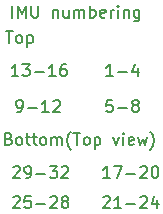
<source format=gbr>
%TF.GenerationSoftware,KiCad,Pcbnew,8.0.3-8.0.3-0~ubuntu22.04.1*%
%TF.CreationDate,2024-07-27T12:22:20+09:00*%
%TF.ProjectId,IMUModule_STM32,494d554d-6f64-4756-9c65-5f53544d3332,rev?*%
%TF.SameCoordinates,Original*%
%TF.FileFunction,Other,Comment*%
%FSLAX46Y46*%
G04 Gerber Fmt 4.6, Leading zero omitted, Abs format (unit mm)*
G04 Created by KiCad (PCBNEW 8.0.3-8.0.3-0~ubuntu22.04.1) date 2024-07-27 12:22:20*
%MOMM*%
%LPD*%
G01*
G04 APERTURE LIST*
%ADD10C,0.150000*%
G04 APERTURE END LIST*
D10*
X35414179Y-2790819D02*
X35414179Y-1790819D01*
X35890369Y-2790819D02*
X35890369Y-1790819D01*
X35890369Y-1790819D02*
X36223702Y-2505104D01*
X36223702Y-2505104D02*
X36557035Y-1790819D01*
X36557035Y-1790819D02*
X36557035Y-2790819D01*
X37033226Y-1790819D02*
X37033226Y-2600342D01*
X37033226Y-2600342D02*
X37080845Y-2695580D01*
X37080845Y-2695580D02*
X37128464Y-2743200D01*
X37128464Y-2743200D02*
X37223702Y-2790819D01*
X37223702Y-2790819D02*
X37414178Y-2790819D01*
X37414178Y-2790819D02*
X37509416Y-2743200D01*
X37509416Y-2743200D02*
X37557035Y-2695580D01*
X37557035Y-2695580D02*
X37604654Y-2600342D01*
X37604654Y-2600342D02*
X37604654Y-1790819D01*
X38842750Y-2124152D02*
X38842750Y-2790819D01*
X38842750Y-2219390D02*
X38890369Y-2171771D01*
X38890369Y-2171771D02*
X38985607Y-2124152D01*
X38985607Y-2124152D02*
X39128464Y-2124152D01*
X39128464Y-2124152D02*
X39223702Y-2171771D01*
X39223702Y-2171771D02*
X39271321Y-2267009D01*
X39271321Y-2267009D02*
X39271321Y-2790819D01*
X40176083Y-2124152D02*
X40176083Y-2790819D01*
X39747512Y-2124152D02*
X39747512Y-2647961D01*
X39747512Y-2647961D02*
X39795131Y-2743200D01*
X39795131Y-2743200D02*
X39890369Y-2790819D01*
X39890369Y-2790819D02*
X40033226Y-2790819D01*
X40033226Y-2790819D02*
X40128464Y-2743200D01*
X40128464Y-2743200D02*
X40176083Y-2695580D01*
X40652274Y-2790819D02*
X40652274Y-2124152D01*
X40652274Y-2219390D02*
X40699893Y-2171771D01*
X40699893Y-2171771D02*
X40795131Y-2124152D01*
X40795131Y-2124152D02*
X40937988Y-2124152D01*
X40937988Y-2124152D02*
X41033226Y-2171771D01*
X41033226Y-2171771D02*
X41080845Y-2267009D01*
X41080845Y-2267009D02*
X41080845Y-2790819D01*
X41080845Y-2267009D02*
X41128464Y-2171771D01*
X41128464Y-2171771D02*
X41223702Y-2124152D01*
X41223702Y-2124152D02*
X41366559Y-2124152D01*
X41366559Y-2124152D02*
X41461798Y-2171771D01*
X41461798Y-2171771D02*
X41509417Y-2267009D01*
X41509417Y-2267009D02*
X41509417Y-2790819D01*
X41985607Y-2790819D02*
X41985607Y-1790819D01*
X41985607Y-2171771D02*
X42080845Y-2124152D01*
X42080845Y-2124152D02*
X42271321Y-2124152D01*
X42271321Y-2124152D02*
X42366559Y-2171771D01*
X42366559Y-2171771D02*
X42414178Y-2219390D01*
X42414178Y-2219390D02*
X42461797Y-2314628D01*
X42461797Y-2314628D02*
X42461797Y-2600342D01*
X42461797Y-2600342D02*
X42414178Y-2695580D01*
X42414178Y-2695580D02*
X42366559Y-2743200D01*
X42366559Y-2743200D02*
X42271321Y-2790819D01*
X42271321Y-2790819D02*
X42080845Y-2790819D01*
X42080845Y-2790819D02*
X41985607Y-2743200D01*
X43271321Y-2743200D02*
X43176083Y-2790819D01*
X43176083Y-2790819D02*
X42985607Y-2790819D01*
X42985607Y-2790819D02*
X42890369Y-2743200D01*
X42890369Y-2743200D02*
X42842750Y-2647961D01*
X42842750Y-2647961D02*
X42842750Y-2267009D01*
X42842750Y-2267009D02*
X42890369Y-2171771D01*
X42890369Y-2171771D02*
X42985607Y-2124152D01*
X42985607Y-2124152D02*
X43176083Y-2124152D01*
X43176083Y-2124152D02*
X43271321Y-2171771D01*
X43271321Y-2171771D02*
X43318940Y-2267009D01*
X43318940Y-2267009D02*
X43318940Y-2362247D01*
X43318940Y-2362247D02*
X42842750Y-2457485D01*
X43747512Y-2790819D02*
X43747512Y-2124152D01*
X43747512Y-2314628D02*
X43795131Y-2219390D01*
X43795131Y-2219390D02*
X43842750Y-2171771D01*
X43842750Y-2171771D02*
X43937988Y-2124152D01*
X43937988Y-2124152D02*
X44033226Y-2124152D01*
X44366560Y-2790819D02*
X44366560Y-2124152D01*
X44366560Y-1790819D02*
X44318941Y-1838438D01*
X44318941Y-1838438D02*
X44366560Y-1886057D01*
X44366560Y-1886057D02*
X44414179Y-1838438D01*
X44414179Y-1838438D02*
X44366560Y-1790819D01*
X44366560Y-1790819D02*
X44366560Y-1886057D01*
X44842750Y-2124152D02*
X44842750Y-2790819D01*
X44842750Y-2219390D02*
X44890369Y-2171771D01*
X44890369Y-2171771D02*
X44985607Y-2124152D01*
X44985607Y-2124152D02*
X45128464Y-2124152D01*
X45128464Y-2124152D02*
X45223702Y-2171771D01*
X45223702Y-2171771D02*
X45271321Y-2267009D01*
X45271321Y-2267009D02*
X45271321Y-2790819D01*
X46176083Y-2124152D02*
X46176083Y-2933676D01*
X46176083Y-2933676D02*
X46128464Y-3028914D01*
X46128464Y-3028914D02*
X46080845Y-3076533D01*
X46080845Y-3076533D02*
X45985607Y-3124152D01*
X45985607Y-3124152D02*
X45842750Y-3124152D01*
X45842750Y-3124152D02*
X45747512Y-3076533D01*
X46176083Y-2743200D02*
X46080845Y-2790819D01*
X46080845Y-2790819D02*
X45890369Y-2790819D01*
X45890369Y-2790819D02*
X45795131Y-2743200D01*
X45795131Y-2743200D02*
X45747512Y-2695580D01*
X45747512Y-2695580D02*
X45699893Y-2600342D01*
X45699893Y-2600342D02*
X45699893Y-2314628D01*
X45699893Y-2314628D02*
X45747512Y-2219390D01*
X45747512Y-2219390D02*
X45795131Y-2171771D01*
X45795131Y-2171771D02*
X45890369Y-2124152D01*
X45890369Y-2124152D02*
X46080845Y-2124152D01*
X46080845Y-2124152D02*
X46176083Y-2171771D01*
X43684988Y-16379819D02*
X43113560Y-16379819D01*
X43399274Y-16379819D02*
X43399274Y-15379819D01*
X43399274Y-15379819D02*
X43304036Y-15522676D01*
X43304036Y-15522676D02*
X43208798Y-15617914D01*
X43208798Y-15617914D02*
X43113560Y-15665533D01*
X44018322Y-15379819D02*
X44684988Y-15379819D01*
X44684988Y-15379819D02*
X44256417Y-16379819D01*
X45065941Y-15998866D02*
X45827846Y-15998866D01*
X46256417Y-15475057D02*
X46304036Y-15427438D01*
X46304036Y-15427438D02*
X46399274Y-15379819D01*
X46399274Y-15379819D02*
X46637369Y-15379819D01*
X46637369Y-15379819D02*
X46732607Y-15427438D01*
X46732607Y-15427438D02*
X46780226Y-15475057D01*
X46780226Y-15475057D02*
X46827845Y-15570295D01*
X46827845Y-15570295D02*
X46827845Y-15665533D01*
X46827845Y-15665533D02*
X46780226Y-15808390D01*
X46780226Y-15808390D02*
X46208798Y-16379819D01*
X46208798Y-16379819D02*
X46827845Y-16379819D01*
X47446893Y-15379819D02*
X47542131Y-15379819D01*
X47542131Y-15379819D02*
X47637369Y-15427438D01*
X47637369Y-15427438D02*
X47684988Y-15475057D01*
X47684988Y-15475057D02*
X47732607Y-15570295D01*
X47732607Y-15570295D02*
X47780226Y-15760771D01*
X47780226Y-15760771D02*
X47780226Y-15998866D01*
X47780226Y-15998866D02*
X47732607Y-16189342D01*
X47732607Y-16189342D02*
X47684988Y-16284580D01*
X47684988Y-16284580D02*
X47637369Y-16332200D01*
X47637369Y-16332200D02*
X47542131Y-16379819D01*
X47542131Y-16379819D02*
X47446893Y-16379819D01*
X47446893Y-16379819D02*
X47351655Y-16332200D01*
X47351655Y-16332200D02*
X47304036Y-16284580D01*
X47304036Y-16284580D02*
X47256417Y-16189342D01*
X47256417Y-16189342D02*
X47208798Y-15998866D01*
X47208798Y-15998866D02*
X47208798Y-15760771D01*
X47208798Y-15760771D02*
X47256417Y-15570295D01*
X47256417Y-15570295D02*
X47304036Y-15475057D01*
X47304036Y-15475057D02*
X47351655Y-15427438D01*
X47351655Y-15427438D02*
X47446893Y-15379819D01*
X34890322Y-3949819D02*
X35461750Y-3949819D01*
X35176036Y-4949819D02*
X35176036Y-3949819D01*
X35937941Y-4949819D02*
X35842703Y-4902200D01*
X35842703Y-4902200D02*
X35795084Y-4854580D01*
X35795084Y-4854580D02*
X35747465Y-4759342D01*
X35747465Y-4759342D02*
X35747465Y-4473628D01*
X35747465Y-4473628D02*
X35795084Y-4378390D01*
X35795084Y-4378390D02*
X35842703Y-4330771D01*
X35842703Y-4330771D02*
X35937941Y-4283152D01*
X35937941Y-4283152D02*
X36080798Y-4283152D01*
X36080798Y-4283152D02*
X36176036Y-4330771D01*
X36176036Y-4330771D02*
X36223655Y-4378390D01*
X36223655Y-4378390D02*
X36271274Y-4473628D01*
X36271274Y-4473628D02*
X36271274Y-4759342D01*
X36271274Y-4759342D02*
X36223655Y-4854580D01*
X36223655Y-4854580D02*
X36176036Y-4902200D01*
X36176036Y-4902200D02*
X36080798Y-4949819D01*
X36080798Y-4949819D02*
X35937941Y-4949819D01*
X36699846Y-4283152D02*
X36699846Y-5283152D01*
X36699846Y-4330771D02*
X36795084Y-4283152D01*
X36795084Y-4283152D02*
X36985560Y-4283152D01*
X36985560Y-4283152D02*
X37080798Y-4330771D01*
X37080798Y-4330771D02*
X37128417Y-4378390D01*
X37128417Y-4378390D02*
X37176036Y-4473628D01*
X37176036Y-4473628D02*
X37176036Y-4759342D01*
X37176036Y-4759342D02*
X37128417Y-4854580D01*
X37128417Y-4854580D02*
X37080798Y-4902200D01*
X37080798Y-4902200D02*
X36985560Y-4949819D01*
X36985560Y-4949819D02*
X36795084Y-4949819D01*
X36795084Y-4949819D02*
X36699846Y-4902200D01*
X35937988Y-7743819D02*
X35366560Y-7743819D01*
X35652274Y-7743819D02*
X35652274Y-6743819D01*
X35652274Y-6743819D02*
X35557036Y-6886676D01*
X35557036Y-6886676D02*
X35461798Y-6981914D01*
X35461798Y-6981914D02*
X35366560Y-7029533D01*
X36271322Y-6743819D02*
X36890369Y-6743819D01*
X36890369Y-6743819D02*
X36557036Y-7124771D01*
X36557036Y-7124771D02*
X36699893Y-7124771D01*
X36699893Y-7124771D02*
X36795131Y-7172390D01*
X36795131Y-7172390D02*
X36842750Y-7220009D01*
X36842750Y-7220009D02*
X36890369Y-7315247D01*
X36890369Y-7315247D02*
X36890369Y-7553342D01*
X36890369Y-7553342D02*
X36842750Y-7648580D01*
X36842750Y-7648580D02*
X36795131Y-7696200D01*
X36795131Y-7696200D02*
X36699893Y-7743819D01*
X36699893Y-7743819D02*
X36414179Y-7743819D01*
X36414179Y-7743819D02*
X36318941Y-7696200D01*
X36318941Y-7696200D02*
X36271322Y-7648580D01*
X37318941Y-7362866D02*
X38080846Y-7362866D01*
X39080845Y-7743819D02*
X38509417Y-7743819D01*
X38795131Y-7743819D02*
X38795131Y-6743819D01*
X38795131Y-6743819D02*
X38699893Y-6886676D01*
X38699893Y-6886676D02*
X38604655Y-6981914D01*
X38604655Y-6981914D02*
X38509417Y-7029533D01*
X39937988Y-6743819D02*
X39747512Y-6743819D01*
X39747512Y-6743819D02*
X39652274Y-6791438D01*
X39652274Y-6791438D02*
X39604655Y-6839057D01*
X39604655Y-6839057D02*
X39509417Y-6981914D01*
X39509417Y-6981914D02*
X39461798Y-7172390D01*
X39461798Y-7172390D02*
X39461798Y-7553342D01*
X39461798Y-7553342D02*
X39509417Y-7648580D01*
X39509417Y-7648580D02*
X39557036Y-7696200D01*
X39557036Y-7696200D02*
X39652274Y-7743819D01*
X39652274Y-7743819D02*
X39842750Y-7743819D01*
X39842750Y-7743819D02*
X39937988Y-7696200D01*
X39937988Y-7696200D02*
X39985607Y-7648580D01*
X39985607Y-7648580D02*
X40033226Y-7553342D01*
X40033226Y-7553342D02*
X40033226Y-7315247D01*
X40033226Y-7315247D02*
X39985607Y-7220009D01*
X39985607Y-7220009D02*
X39937988Y-7172390D01*
X39937988Y-7172390D02*
X39842750Y-7124771D01*
X39842750Y-7124771D02*
X39652274Y-7124771D01*
X39652274Y-7124771D02*
X39557036Y-7172390D01*
X39557036Y-7172390D02*
X39509417Y-7220009D01*
X39509417Y-7220009D02*
X39461798Y-7315247D01*
X43113560Y-18015057D02*
X43161179Y-17967438D01*
X43161179Y-17967438D02*
X43256417Y-17919819D01*
X43256417Y-17919819D02*
X43494512Y-17919819D01*
X43494512Y-17919819D02*
X43589750Y-17967438D01*
X43589750Y-17967438D02*
X43637369Y-18015057D01*
X43637369Y-18015057D02*
X43684988Y-18110295D01*
X43684988Y-18110295D02*
X43684988Y-18205533D01*
X43684988Y-18205533D02*
X43637369Y-18348390D01*
X43637369Y-18348390D02*
X43065941Y-18919819D01*
X43065941Y-18919819D02*
X43684988Y-18919819D01*
X44637369Y-18919819D02*
X44065941Y-18919819D01*
X44351655Y-18919819D02*
X44351655Y-17919819D01*
X44351655Y-17919819D02*
X44256417Y-18062676D01*
X44256417Y-18062676D02*
X44161179Y-18157914D01*
X44161179Y-18157914D02*
X44065941Y-18205533D01*
X45065941Y-18538866D02*
X45827846Y-18538866D01*
X46256417Y-18015057D02*
X46304036Y-17967438D01*
X46304036Y-17967438D02*
X46399274Y-17919819D01*
X46399274Y-17919819D02*
X46637369Y-17919819D01*
X46637369Y-17919819D02*
X46732607Y-17967438D01*
X46732607Y-17967438D02*
X46780226Y-18015057D01*
X46780226Y-18015057D02*
X46827845Y-18110295D01*
X46827845Y-18110295D02*
X46827845Y-18205533D01*
X46827845Y-18205533D02*
X46780226Y-18348390D01*
X46780226Y-18348390D02*
X46208798Y-18919819D01*
X46208798Y-18919819D02*
X46827845Y-18919819D01*
X47684988Y-18253152D02*
X47684988Y-18919819D01*
X47446893Y-17872200D02*
X47208798Y-18586485D01*
X47208798Y-18586485D02*
X47827845Y-18586485D01*
X43938988Y-7743819D02*
X43367560Y-7743819D01*
X43653274Y-7743819D02*
X43653274Y-6743819D01*
X43653274Y-6743819D02*
X43558036Y-6886676D01*
X43558036Y-6886676D02*
X43462798Y-6981914D01*
X43462798Y-6981914D02*
X43367560Y-7029533D01*
X44367560Y-7362866D02*
X45129465Y-7362866D01*
X46034226Y-7077152D02*
X46034226Y-7743819D01*
X45796131Y-6696200D02*
X45558036Y-7410485D01*
X45558036Y-7410485D02*
X46177083Y-7410485D01*
X35493560Y-15475057D02*
X35541179Y-15427438D01*
X35541179Y-15427438D02*
X35636417Y-15379819D01*
X35636417Y-15379819D02*
X35874512Y-15379819D01*
X35874512Y-15379819D02*
X35969750Y-15427438D01*
X35969750Y-15427438D02*
X36017369Y-15475057D01*
X36017369Y-15475057D02*
X36064988Y-15570295D01*
X36064988Y-15570295D02*
X36064988Y-15665533D01*
X36064988Y-15665533D02*
X36017369Y-15808390D01*
X36017369Y-15808390D02*
X35445941Y-16379819D01*
X35445941Y-16379819D02*
X36064988Y-16379819D01*
X36541179Y-16379819D02*
X36731655Y-16379819D01*
X36731655Y-16379819D02*
X36826893Y-16332200D01*
X36826893Y-16332200D02*
X36874512Y-16284580D01*
X36874512Y-16284580D02*
X36969750Y-16141723D01*
X36969750Y-16141723D02*
X37017369Y-15951247D01*
X37017369Y-15951247D02*
X37017369Y-15570295D01*
X37017369Y-15570295D02*
X36969750Y-15475057D01*
X36969750Y-15475057D02*
X36922131Y-15427438D01*
X36922131Y-15427438D02*
X36826893Y-15379819D01*
X36826893Y-15379819D02*
X36636417Y-15379819D01*
X36636417Y-15379819D02*
X36541179Y-15427438D01*
X36541179Y-15427438D02*
X36493560Y-15475057D01*
X36493560Y-15475057D02*
X36445941Y-15570295D01*
X36445941Y-15570295D02*
X36445941Y-15808390D01*
X36445941Y-15808390D02*
X36493560Y-15903628D01*
X36493560Y-15903628D02*
X36541179Y-15951247D01*
X36541179Y-15951247D02*
X36636417Y-15998866D01*
X36636417Y-15998866D02*
X36826893Y-15998866D01*
X36826893Y-15998866D02*
X36922131Y-15951247D01*
X36922131Y-15951247D02*
X36969750Y-15903628D01*
X36969750Y-15903628D02*
X37017369Y-15808390D01*
X37445941Y-15998866D02*
X38207846Y-15998866D01*
X38588798Y-15379819D02*
X39207845Y-15379819D01*
X39207845Y-15379819D02*
X38874512Y-15760771D01*
X38874512Y-15760771D02*
X39017369Y-15760771D01*
X39017369Y-15760771D02*
X39112607Y-15808390D01*
X39112607Y-15808390D02*
X39160226Y-15856009D01*
X39160226Y-15856009D02*
X39207845Y-15951247D01*
X39207845Y-15951247D02*
X39207845Y-16189342D01*
X39207845Y-16189342D02*
X39160226Y-16284580D01*
X39160226Y-16284580D02*
X39112607Y-16332200D01*
X39112607Y-16332200D02*
X39017369Y-16379819D01*
X39017369Y-16379819D02*
X38731655Y-16379819D01*
X38731655Y-16379819D02*
X38636417Y-16332200D01*
X38636417Y-16332200D02*
X38588798Y-16284580D01*
X39588798Y-15475057D02*
X39636417Y-15427438D01*
X39636417Y-15427438D02*
X39731655Y-15379819D01*
X39731655Y-15379819D02*
X39969750Y-15379819D01*
X39969750Y-15379819D02*
X40064988Y-15427438D01*
X40064988Y-15427438D02*
X40112607Y-15475057D01*
X40112607Y-15475057D02*
X40160226Y-15570295D01*
X40160226Y-15570295D02*
X40160226Y-15665533D01*
X40160226Y-15665533D02*
X40112607Y-15808390D01*
X40112607Y-15808390D02*
X39541179Y-16379819D01*
X39541179Y-16379819D02*
X40160226Y-16379819D01*
X35842798Y-10791819D02*
X36033274Y-10791819D01*
X36033274Y-10791819D02*
X36128512Y-10744200D01*
X36128512Y-10744200D02*
X36176131Y-10696580D01*
X36176131Y-10696580D02*
X36271369Y-10553723D01*
X36271369Y-10553723D02*
X36318988Y-10363247D01*
X36318988Y-10363247D02*
X36318988Y-9982295D01*
X36318988Y-9982295D02*
X36271369Y-9887057D01*
X36271369Y-9887057D02*
X36223750Y-9839438D01*
X36223750Y-9839438D02*
X36128512Y-9791819D01*
X36128512Y-9791819D02*
X35938036Y-9791819D01*
X35938036Y-9791819D02*
X35842798Y-9839438D01*
X35842798Y-9839438D02*
X35795179Y-9887057D01*
X35795179Y-9887057D02*
X35747560Y-9982295D01*
X35747560Y-9982295D02*
X35747560Y-10220390D01*
X35747560Y-10220390D02*
X35795179Y-10315628D01*
X35795179Y-10315628D02*
X35842798Y-10363247D01*
X35842798Y-10363247D02*
X35938036Y-10410866D01*
X35938036Y-10410866D02*
X36128512Y-10410866D01*
X36128512Y-10410866D02*
X36223750Y-10363247D01*
X36223750Y-10363247D02*
X36271369Y-10315628D01*
X36271369Y-10315628D02*
X36318988Y-10220390D01*
X36747560Y-10410866D02*
X37509465Y-10410866D01*
X38509464Y-10791819D02*
X37938036Y-10791819D01*
X38223750Y-10791819D02*
X38223750Y-9791819D01*
X38223750Y-9791819D02*
X38128512Y-9934676D01*
X38128512Y-9934676D02*
X38033274Y-10029914D01*
X38033274Y-10029914D02*
X37938036Y-10077533D01*
X38890417Y-9887057D02*
X38938036Y-9839438D01*
X38938036Y-9839438D02*
X39033274Y-9791819D01*
X39033274Y-9791819D02*
X39271369Y-9791819D01*
X39271369Y-9791819D02*
X39366607Y-9839438D01*
X39366607Y-9839438D02*
X39414226Y-9887057D01*
X39414226Y-9887057D02*
X39461845Y-9982295D01*
X39461845Y-9982295D02*
X39461845Y-10077533D01*
X39461845Y-10077533D02*
X39414226Y-10220390D01*
X39414226Y-10220390D02*
X38842798Y-10791819D01*
X38842798Y-10791819D02*
X39461845Y-10791819D01*
X35112512Y-13062009D02*
X35255369Y-13109628D01*
X35255369Y-13109628D02*
X35302988Y-13157247D01*
X35302988Y-13157247D02*
X35350607Y-13252485D01*
X35350607Y-13252485D02*
X35350607Y-13395342D01*
X35350607Y-13395342D02*
X35302988Y-13490580D01*
X35302988Y-13490580D02*
X35255369Y-13538200D01*
X35255369Y-13538200D02*
X35160131Y-13585819D01*
X35160131Y-13585819D02*
X34779179Y-13585819D01*
X34779179Y-13585819D02*
X34779179Y-12585819D01*
X34779179Y-12585819D02*
X35112512Y-12585819D01*
X35112512Y-12585819D02*
X35207750Y-12633438D01*
X35207750Y-12633438D02*
X35255369Y-12681057D01*
X35255369Y-12681057D02*
X35302988Y-12776295D01*
X35302988Y-12776295D02*
X35302988Y-12871533D01*
X35302988Y-12871533D02*
X35255369Y-12966771D01*
X35255369Y-12966771D02*
X35207750Y-13014390D01*
X35207750Y-13014390D02*
X35112512Y-13062009D01*
X35112512Y-13062009D02*
X34779179Y-13062009D01*
X35922036Y-13585819D02*
X35826798Y-13538200D01*
X35826798Y-13538200D02*
X35779179Y-13490580D01*
X35779179Y-13490580D02*
X35731560Y-13395342D01*
X35731560Y-13395342D02*
X35731560Y-13109628D01*
X35731560Y-13109628D02*
X35779179Y-13014390D01*
X35779179Y-13014390D02*
X35826798Y-12966771D01*
X35826798Y-12966771D02*
X35922036Y-12919152D01*
X35922036Y-12919152D02*
X36064893Y-12919152D01*
X36064893Y-12919152D02*
X36160131Y-12966771D01*
X36160131Y-12966771D02*
X36207750Y-13014390D01*
X36207750Y-13014390D02*
X36255369Y-13109628D01*
X36255369Y-13109628D02*
X36255369Y-13395342D01*
X36255369Y-13395342D02*
X36207750Y-13490580D01*
X36207750Y-13490580D02*
X36160131Y-13538200D01*
X36160131Y-13538200D02*
X36064893Y-13585819D01*
X36064893Y-13585819D02*
X35922036Y-13585819D01*
X36541084Y-12919152D02*
X36922036Y-12919152D01*
X36683941Y-12585819D02*
X36683941Y-13442961D01*
X36683941Y-13442961D02*
X36731560Y-13538200D01*
X36731560Y-13538200D02*
X36826798Y-13585819D01*
X36826798Y-13585819D02*
X36922036Y-13585819D01*
X37112513Y-12919152D02*
X37493465Y-12919152D01*
X37255370Y-12585819D02*
X37255370Y-13442961D01*
X37255370Y-13442961D02*
X37302989Y-13538200D01*
X37302989Y-13538200D02*
X37398227Y-13585819D01*
X37398227Y-13585819D02*
X37493465Y-13585819D01*
X37969656Y-13585819D02*
X37874418Y-13538200D01*
X37874418Y-13538200D02*
X37826799Y-13490580D01*
X37826799Y-13490580D02*
X37779180Y-13395342D01*
X37779180Y-13395342D02*
X37779180Y-13109628D01*
X37779180Y-13109628D02*
X37826799Y-13014390D01*
X37826799Y-13014390D02*
X37874418Y-12966771D01*
X37874418Y-12966771D02*
X37969656Y-12919152D01*
X37969656Y-12919152D02*
X38112513Y-12919152D01*
X38112513Y-12919152D02*
X38207751Y-12966771D01*
X38207751Y-12966771D02*
X38255370Y-13014390D01*
X38255370Y-13014390D02*
X38302989Y-13109628D01*
X38302989Y-13109628D02*
X38302989Y-13395342D01*
X38302989Y-13395342D02*
X38255370Y-13490580D01*
X38255370Y-13490580D02*
X38207751Y-13538200D01*
X38207751Y-13538200D02*
X38112513Y-13585819D01*
X38112513Y-13585819D02*
X37969656Y-13585819D01*
X38731561Y-13585819D02*
X38731561Y-12919152D01*
X38731561Y-13014390D02*
X38779180Y-12966771D01*
X38779180Y-12966771D02*
X38874418Y-12919152D01*
X38874418Y-12919152D02*
X39017275Y-12919152D01*
X39017275Y-12919152D02*
X39112513Y-12966771D01*
X39112513Y-12966771D02*
X39160132Y-13062009D01*
X39160132Y-13062009D02*
X39160132Y-13585819D01*
X39160132Y-13062009D02*
X39207751Y-12966771D01*
X39207751Y-12966771D02*
X39302989Y-12919152D01*
X39302989Y-12919152D02*
X39445846Y-12919152D01*
X39445846Y-12919152D02*
X39541085Y-12966771D01*
X39541085Y-12966771D02*
X39588704Y-13062009D01*
X39588704Y-13062009D02*
X39588704Y-13585819D01*
X40350608Y-13966771D02*
X40302989Y-13919152D01*
X40302989Y-13919152D02*
X40207751Y-13776295D01*
X40207751Y-13776295D02*
X40160132Y-13681057D01*
X40160132Y-13681057D02*
X40112513Y-13538200D01*
X40112513Y-13538200D02*
X40064894Y-13300104D01*
X40064894Y-13300104D02*
X40064894Y-13109628D01*
X40064894Y-13109628D02*
X40112513Y-12871533D01*
X40112513Y-12871533D02*
X40160132Y-12728676D01*
X40160132Y-12728676D02*
X40207751Y-12633438D01*
X40207751Y-12633438D02*
X40302989Y-12490580D01*
X40302989Y-12490580D02*
X40350608Y-12442961D01*
X40588704Y-12585819D02*
X41160132Y-12585819D01*
X40874418Y-13585819D02*
X40874418Y-12585819D01*
X41636323Y-13585819D02*
X41541085Y-13538200D01*
X41541085Y-13538200D02*
X41493466Y-13490580D01*
X41493466Y-13490580D02*
X41445847Y-13395342D01*
X41445847Y-13395342D02*
X41445847Y-13109628D01*
X41445847Y-13109628D02*
X41493466Y-13014390D01*
X41493466Y-13014390D02*
X41541085Y-12966771D01*
X41541085Y-12966771D02*
X41636323Y-12919152D01*
X41636323Y-12919152D02*
X41779180Y-12919152D01*
X41779180Y-12919152D02*
X41874418Y-12966771D01*
X41874418Y-12966771D02*
X41922037Y-13014390D01*
X41922037Y-13014390D02*
X41969656Y-13109628D01*
X41969656Y-13109628D02*
X41969656Y-13395342D01*
X41969656Y-13395342D02*
X41922037Y-13490580D01*
X41922037Y-13490580D02*
X41874418Y-13538200D01*
X41874418Y-13538200D02*
X41779180Y-13585819D01*
X41779180Y-13585819D02*
X41636323Y-13585819D01*
X42398228Y-12919152D02*
X42398228Y-13919152D01*
X42398228Y-12966771D02*
X42493466Y-12919152D01*
X42493466Y-12919152D02*
X42683942Y-12919152D01*
X42683942Y-12919152D02*
X42779180Y-12966771D01*
X42779180Y-12966771D02*
X42826799Y-13014390D01*
X42826799Y-13014390D02*
X42874418Y-13109628D01*
X42874418Y-13109628D02*
X42874418Y-13395342D01*
X42874418Y-13395342D02*
X42826799Y-13490580D01*
X42826799Y-13490580D02*
X42779180Y-13538200D01*
X42779180Y-13538200D02*
X42683942Y-13585819D01*
X42683942Y-13585819D02*
X42493466Y-13585819D01*
X42493466Y-13585819D02*
X42398228Y-13538200D01*
X43969657Y-12919152D02*
X44207752Y-13585819D01*
X44207752Y-13585819D02*
X44445847Y-12919152D01*
X44826800Y-13585819D02*
X44826800Y-12919152D01*
X44826800Y-12585819D02*
X44779181Y-12633438D01*
X44779181Y-12633438D02*
X44826800Y-12681057D01*
X44826800Y-12681057D02*
X44874419Y-12633438D01*
X44874419Y-12633438D02*
X44826800Y-12585819D01*
X44826800Y-12585819D02*
X44826800Y-12681057D01*
X45683942Y-13538200D02*
X45588704Y-13585819D01*
X45588704Y-13585819D02*
X45398228Y-13585819D01*
X45398228Y-13585819D02*
X45302990Y-13538200D01*
X45302990Y-13538200D02*
X45255371Y-13442961D01*
X45255371Y-13442961D02*
X45255371Y-13062009D01*
X45255371Y-13062009D02*
X45302990Y-12966771D01*
X45302990Y-12966771D02*
X45398228Y-12919152D01*
X45398228Y-12919152D02*
X45588704Y-12919152D01*
X45588704Y-12919152D02*
X45683942Y-12966771D01*
X45683942Y-12966771D02*
X45731561Y-13062009D01*
X45731561Y-13062009D02*
X45731561Y-13157247D01*
X45731561Y-13157247D02*
X45255371Y-13252485D01*
X46064895Y-12919152D02*
X46255371Y-13585819D01*
X46255371Y-13585819D02*
X46445847Y-13109628D01*
X46445847Y-13109628D02*
X46636323Y-13585819D01*
X46636323Y-13585819D02*
X46826799Y-12919152D01*
X47112514Y-13966771D02*
X47160133Y-13919152D01*
X47160133Y-13919152D02*
X47255371Y-13776295D01*
X47255371Y-13776295D02*
X47302990Y-13681057D01*
X47302990Y-13681057D02*
X47350609Y-13538200D01*
X47350609Y-13538200D02*
X47398228Y-13300104D01*
X47398228Y-13300104D02*
X47398228Y-13109628D01*
X47398228Y-13109628D02*
X47350609Y-12871533D01*
X47350609Y-12871533D02*
X47302990Y-12728676D01*
X47302990Y-12728676D02*
X47255371Y-12633438D01*
X47255371Y-12633438D02*
X47160133Y-12490580D01*
X47160133Y-12490580D02*
X47112514Y-12442961D01*
X35493560Y-18015057D02*
X35541179Y-17967438D01*
X35541179Y-17967438D02*
X35636417Y-17919819D01*
X35636417Y-17919819D02*
X35874512Y-17919819D01*
X35874512Y-17919819D02*
X35969750Y-17967438D01*
X35969750Y-17967438D02*
X36017369Y-18015057D01*
X36017369Y-18015057D02*
X36064988Y-18110295D01*
X36064988Y-18110295D02*
X36064988Y-18205533D01*
X36064988Y-18205533D02*
X36017369Y-18348390D01*
X36017369Y-18348390D02*
X35445941Y-18919819D01*
X35445941Y-18919819D02*
X36064988Y-18919819D01*
X36969750Y-17919819D02*
X36493560Y-17919819D01*
X36493560Y-17919819D02*
X36445941Y-18396009D01*
X36445941Y-18396009D02*
X36493560Y-18348390D01*
X36493560Y-18348390D02*
X36588798Y-18300771D01*
X36588798Y-18300771D02*
X36826893Y-18300771D01*
X36826893Y-18300771D02*
X36922131Y-18348390D01*
X36922131Y-18348390D02*
X36969750Y-18396009D01*
X36969750Y-18396009D02*
X37017369Y-18491247D01*
X37017369Y-18491247D02*
X37017369Y-18729342D01*
X37017369Y-18729342D02*
X36969750Y-18824580D01*
X36969750Y-18824580D02*
X36922131Y-18872200D01*
X36922131Y-18872200D02*
X36826893Y-18919819D01*
X36826893Y-18919819D02*
X36588798Y-18919819D01*
X36588798Y-18919819D02*
X36493560Y-18872200D01*
X36493560Y-18872200D02*
X36445941Y-18824580D01*
X37445941Y-18538866D02*
X38207846Y-18538866D01*
X38636417Y-18015057D02*
X38684036Y-17967438D01*
X38684036Y-17967438D02*
X38779274Y-17919819D01*
X38779274Y-17919819D02*
X39017369Y-17919819D01*
X39017369Y-17919819D02*
X39112607Y-17967438D01*
X39112607Y-17967438D02*
X39160226Y-18015057D01*
X39160226Y-18015057D02*
X39207845Y-18110295D01*
X39207845Y-18110295D02*
X39207845Y-18205533D01*
X39207845Y-18205533D02*
X39160226Y-18348390D01*
X39160226Y-18348390D02*
X38588798Y-18919819D01*
X38588798Y-18919819D02*
X39207845Y-18919819D01*
X39779274Y-18348390D02*
X39684036Y-18300771D01*
X39684036Y-18300771D02*
X39636417Y-18253152D01*
X39636417Y-18253152D02*
X39588798Y-18157914D01*
X39588798Y-18157914D02*
X39588798Y-18110295D01*
X39588798Y-18110295D02*
X39636417Y-18015057D01*
X39636417Y-18015057D02*
X39684036Y-17967438D01*
X39684036Y-17967438D02*
X39779274Y-17919819D01*
X39779274Y-17919819D02*
X39969750Y-17919819D01*
X39969750Y-17919819D02*
X40064988Y-17967438D01*
X40064988Y-17967438D02*
X40112607Y-18015057D01*
X40112607Y-18015057D02*
X40160226Y-18110295D01*
X40160226Y-18110295D02*
X40160226Y-18157914D01*
X40160226Y-18157914D02*
X40112607Y-18253152D01*
X40112607Y-18253152D02*
X40064988Y-18300771D01*
X40064988Y-18300771D02*
X39969750Y-18348390D01*
X39969750Y-18348390D02*
X39779274Y-18348390D01*
X39779274Y-18348390D02*
X39684036Y-18396009D01*
X39684036Y-18396009D02*
X39636417Y-18443628D01*
X39636417Y-18443628D02*
X39588798Y-18538866D01*
X39588798Y-18538866D02*
X39588798Y-18729342D01*
X39588798Y-18729342D02*
X39636417Y-18824580D01*
X39636417Y-18824580D02*
X39684036Y-18872200D01*
X39684036Y-18872200D02*
X39779274Y-18919819D01*
X39779274Y-18919819D02*
X39969750Y-18919819D01*
X39969750Y-18919819D02*
X40064988Y-18872200D01*
X40064988Y-18872200D02*
X40112607Y-18824580D01*
X40112607Y-18824580D02*
X40160226Y-18729342D01*
X40160226Y-18729342D02*
X40160226Y-18538866D01*
X40160226Y-18538866D02*
X40112607Y-18443628D01*
X40112607Y-18443628D02*
X40064988Y-18396009D01*
X40064988Y-18396009D02*
X39969750Y-18348390D01*
X43891369Y-9791819D02*
X43415179Y-9791819D01*
X43415179Y-9791819D02*
X43367560Y-10268009D01*
X43367560Y-10268009D02*
X43415179Y-10220390D01*
X43415179Y-10220390D02*
X43510417Y-10172771D01*
X43510417Y-10172771D02*
X43748512Y-10172771D01*
X43748512Y-10172771D02*
X43843750Y-10220390D01*
X43843750Y-10220390D02*
X43891369Y-10268009D01*
X43891369Y-10268009D02*
X43938988Y-10363247D01*
X43938988Y-10363247D02*
X43938988Y-10601342D01*
X43938988Y-10601342D02*
X43891369Y-10696580D01*
X43891369Y-10696580D02*
X43843750Y-10744200D01*
X43843750Y-10744200D02*
X43748512Y-10791819D01*
X43748512Y-10791819D02*
X43510417Y-10791819D01*
X43510417Y-10791819D02*
X43415179Y-10744200D01*
X43415179Y-10744200D02*
X43367560Y-10696580D01*
X44367560Y-10410866D02*
X45129465Y-10410866D01*
X45748512Y-10220390D02*
X45653274Y-10172771D01*
X45653274Y-10172771D02*
X45605655Y-10125152D01*
X45605655Y-10125152D02*
X45558036Y-10029914D01*
X45558036Y-10029914D02*
X45558036Y-9982295D01*
X45558036Y-9982295D02*
X45605655Y-9887057D01*
X45605655Y-9887057D02*
X45653274Y-9839438D01*
X45653274Y-9839438D02*
X45748512Y-9791819D01*
X45748512Y-9791819D02*
X45938988Y-9791819D01*
X45938988Y-9791819D02*
X46034226Y-9839438D01*
X46034226Y-9839438D02*
X46081845Y-9887057D01*
X46081845Y-9887057D02*
X46129464Y-9982295D01*
X46129464Y-9982295D02*
X46129464Y-10029914D01*
X46129464Y-10029914D02*
X46081845Y-10125152D01*
X46081845Y-10125152D02*
X46034226Y-10172771D01*
X46034226Y-10172771D02*
X45938988Y-10220390D01*
X45938988Y-10220390D02*
X45748512Y-10220390D01*
X45748512Y-10220390D02*
X45653274Y-10268009D01*
X45653274Y-10268009D02*
X45605655Y-10315628D01*
X45605655Y-10315628D02*
X45558036Y-10410866D01*
X45558036Y-10410866D02*
X45558036Y-10601342D01*
X45558036Y-10601342D02*
X45605655Y-10696580D01*
X45605655Y-10696580D02*
X45653274Y-10744200D01*
X45653274Y-10744200D02*
X45748512Y-10791819D01*
X45748512Y-10791819D02*
X45938988Y-10791819D01*
X45938988Y-10791819D02*
X46034226Y-10744200D01*
X46034226Y-10744200D02*
X46081845Y-10696580D01*
X46081845Y-10696580D02*
X46129464Y-10601342D01*
X46129464Y-10601342D02*
X46129464Y-10410866D01*
X46129464Y-10410866D02*
X46081845Y-10315628D01*
X46081845Y-10315628D02*
X46034226Y-10268009D01*
X46034226Y-10268009D02*
X45938988Y-10220390D01*
M02*

</source>
